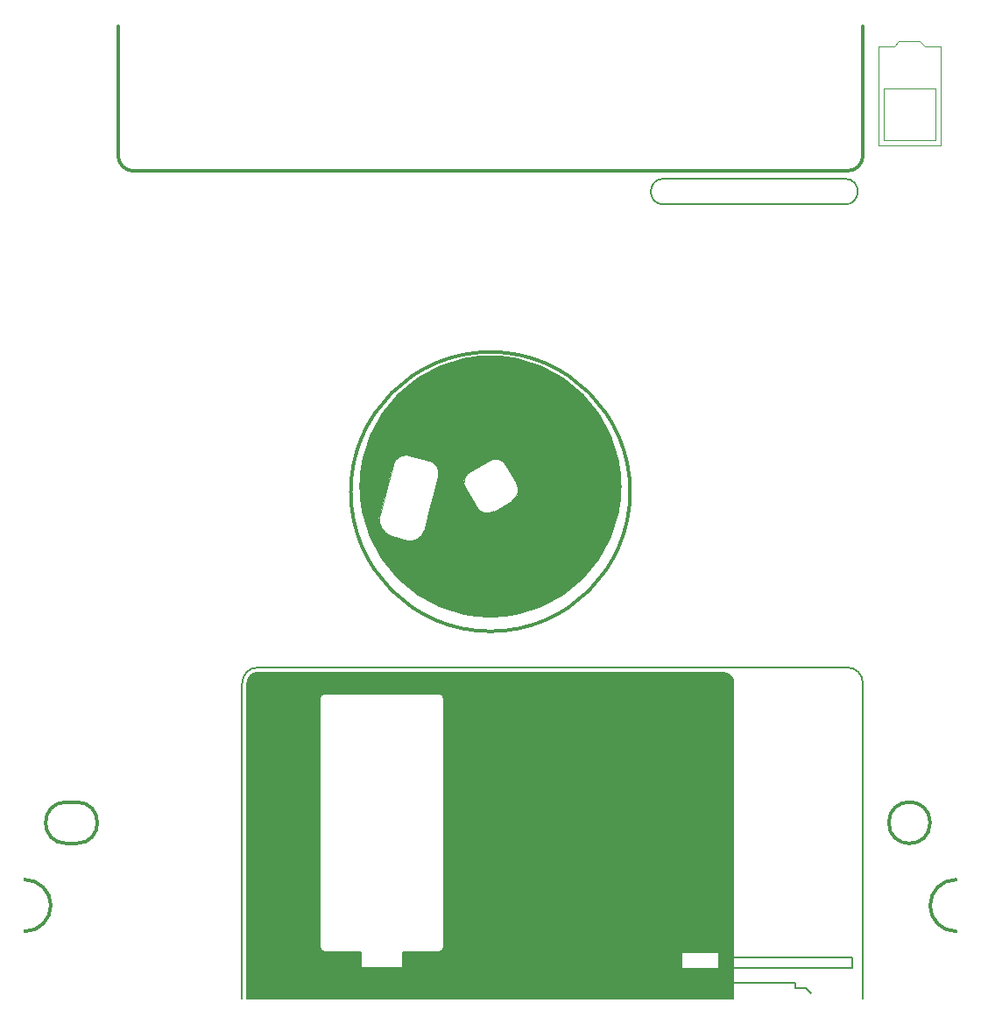
<source format=gbo>
G04 #@! TF.GenerationSoftware,KiCad,Pcbnew,(5.1.8)-1*
G04 #@! TF.CreationDate,2021-10-10T14:42:33+02:00*
G04 #@! TF.ProjectId,Amiga Drawbridge,416d6967-6120-4447-9261-776272696467,rev?*
G04 #@! TF.SameCoordinates,Original*
G04 #@! TF.FileFunction,Legend,Bot*
G04 #@! TF.FilePolarity,Positive*
%FSLAX46Y46*%
G04 Gerber Fmt 4.6, Leading zero omitted, Abs format (unit mm)*
G04 Created by KiCad (PCBNEW (5.1.8)-1) date 2021-10-10 14:42:33*
%MOMM*%
%LPD*%
G01*
G04 APERTURE LIST*
%ADD10C,0.120000*%
%ADD11C,0.100000*%
%ADD12C,0.300000*%
%ADD13C,0.200000*%
G04 APERTURE END LIST*
D10*
X191000000Y-61000000D02*
X191000000Y-66000000D01*
X196000000Y-61000000D02*
X191000000Y-61000000D01*
X196000000Y-66000000D02*
X196000000Y-61000000D01*
X191000000Y-66000000D02*
X196000000Y-66000000D01*
D11*
G36*
X155700000Y-87300000D02*
G01*
X157800000Y-87900000D01*
X159500000Y-88800000D01*
X161300000Y-90100000D01*
X162400000Y-91300000D01*
X163100000Y-92100000D01*
X163800000Y-93200000D01*
X164200000Y-94000000D01*
X147100000Y-88500000D01*
X148400000Y-87900000D01*
X150300000Y-87300000D01*
X152000000Y-87000000D01*
X153600000Y-87000000D01*
X155700000Y-87300000D01*
G37*
X155700000Y-87300000D02*
X157800000Y-87900000D01*
X159500000Y-88800000D01*
X161300000Y-90100000D01*
X162400000Y-91300000D01*
X163100000Y-92100000D01*
X163800000Y-93200000D01*
X164200000Y-94000000D01*
X147100000Y-88500000D01*
X148400000Y-87900000D01*
X150300000Y-87300000D01*
X152000000Y-87000000D01*
X153600000Y-87000000D01*
X155700000Y-87300000D01*
G36*
X150500000Y-98700000D02*
G01*
X150400000Y-99100000D01*
X150500000Y-99400000D01*
X150615185Y-99711237D01*
X150800000Y-100000000D01*
X147600000Y-100000000D01*
X147953637Y-98530233D01*
X148000000Y-98200000D01*
X150800000Y-98200000D01*
X150500000Y-98700000D01*
G37*
X150500000Y-98700000D02*
X150400000Y-99100000D01*
X150500000Y-99400000D01*
X150615185Y-99711237D01*
X150800000Y-100000000D01*
X147600000Y-100000000D01*
X147953637Y-98530233D01*
X148000000Y-98200000D01*
X150800000Y-98200000D01*
X150500000Y-98700000D01*
G36*
X164200000Y-94000000D02*
G01*
X165100000Y-96300000D01*
X165500000Y-98900000D01*
X165300000Y-101700000D01*
X164800000Y-103700000D01*
X146530132Y-103842824D01*
X146700000Y-103200000D01*
X147200000Y-101400000D01*
X147600000Y-100000000D01*
X150800000Y-100000000D01*
X151615185Y-101443288D01*
X151900000Y-101800000D01*
X152300000Y-102000000D01*
X152800000Y-102100000D01*
X153100000Y-102000000D01*
X153500000Y-101800000D01*
X155200000Y-100800000D01*
X155400000Y-100600000D01*
X155600000Y-100300000D01*
X155700000Y-99800000D01*
X155600000Y-99400000D01*
X155300000Y-98800000D01*
X154400000Y-97300000D01*
X154100000Y-97000000D01*
X153500000Y-96800000D01*
X153000000Y-96900000D01*
X150800000Y-98200000D01*
X148000000Y-98200000D01*
X147900000Y-97700000D01*
X147800000Y-97500000D01*
X147500000Y-97200000D01*
X147069753Y-96999301D01*
X147100000Y-88500000D01*
X164200000Y-94000000D01*
G37*
X164200000Y-94000000D02*
X165100000Y-96300000D01*
X165500000Y-98900000D01*
X165300000Y-101700000D01*
X164800000Y-103700000D01*
X146530132Y-103842824D01*
X146700000Y-103200000D01*
X147200000Y-101400000D01*
X147600000Y-100000000D01*
X150800000Y-100000000D01*
X151615185Y-101443288D01*
X151900000Y-101800000D01*
X152300000Y-102000000D01*
X152800000Y-102100000D01*
X153100000Y-102000000D01*
X153500000Y-101800000D01*
X155200000Y-100800000D01*
X155400000Y-100600000D01*
X155600000Y-100300000D01*
X155700000Y-99800000D01*
X155600000Y-99400000D01*
X155300000Y-98800000D01*
X154400000Y-97300000D01*
X154100000Y-97000000D01*
X153500000Y-96800000D01*
X153000000Y-96900000D01*
X150800000Y-98200000D01*
X148000000Y-98200000D01*
X147900000Y-97700000D01*
X147800000Y-97500000D01*
X147500000Y-97200000D01*
X147069753Y-96999301D01*
X147100000Y-88500000D01*
X164200000Y-94000000D01*
G36*
X143200000Y-98900000D02*
G01*
X142312875Y-102195177D01*
X142200000Y-102700000D01*
X142500000Y-103600000D01*
X142800000Y-103900000D01*
X143200000Y-104200000D01*
X143800000Y-104400000D01*
X144900000Y-104700000D01*
X145300000Y-104800000D01*
X145800000Y-104700000D01*
X146100000Y-104500000D01*
X146400000Y-104200000D01*
X146530132Y-103842824D01*
X164800000Y-103700000D01*
X163800000Y-105700000D01*
X162600000Y-107500000D01*
X161400000Y-108700000D01*
X160000000Y-109900000D01*
X158500000Y-110700000D01*
X157400000Y-111200000D01*
X155700000Y-111700000D01*
X154400000Y-111900000D01*
X152800000Y-112000000D01*
X151200000Y-111900000D01*
X149700000Y-111600000D01*
X148100000Y-111000000D01*
X146700000Y-110300000D01*
X145100000Y-109200000D01*
X143700000Y-107900000D01*
X142700000Y-106600000D01*
X141800000Y-105100000D01*
X141200000Y-103600000D01*
X140700000Y-102000000D01*
X140500000Y-100600000D01*
X140500000Y-98900000D01*
X140700000Y-97400000D01*
X143600000Y-97400000D01*
X143200000Y-98900000D01*
G37*
X143200000Y-98900000D02*
X142312875Y-102195177D01*
X142200000Y-102700000D01*
X142500000Y-103600000D01*
X142800000Y-103900000D01*
X143200000Y-104200000D01*
X143800000Y-104400000D01*
X144900000Y-104700000D01*
X145300000Y-104800000D01*
X145800000Y-104700000D01*
X146100000Y-104500000D01*
X146400000Y-104200000D01*
X146530132Y-103842824D01*
X164800000Y-103700000D01*
X163800000Y-105700000D01*
X162600000Y-107500000D01*
X161400000Y-108700000D01*
X160000000Y-109900000D01*
X158500000Y-110700000D01*
X157400000Y-111200000D01*
X155700000Y-111700000D01*
X154400000Y-111900000D01*
X152800000Y-112000000D01*
X151200000Y-111900000D01*
X149700000Y-111600000D01*
X148100000Y-111000000D01*
X146700000Y-110300000D01*
X145100000Y-109200000D01*
X143700000Y-107900000D01*
X142700000Y-106600000D01*
X141800000Y-105100000D01*
X141200000Y-103600000D01*
X140700000Y-102000000D01*
X140500000Y-100600000D01*
X140500000Y-98900000D01*
X140700000Y-97400000D01*
X143600000Y-97400000D01*
X143200000Y-98900000D01*
G36*
X147069753Y-96999301D02*
G01*
X145300000Y-96500000D01*
X144800000Y-96400000D01*
X144200000Y-96600000D01*
X143800000Y-96900000D01*
X143606970Y-97365549D01*
X143600000Y-97400000D01*
X140700000Y-97400000D01*
X141200000Y-95400000D01*
X141900000Y-93800000D01*
X142900000Y-92200000D01*
X143600000Y-91300000D01*
X145800000Y-89300000D01*
X147100000Y-88500000D01*
X147069753Y-96999301D01*
G37*
X147069753Y-96999301D02*
X145300000Y-96500000D01*
X144800000Y-96400000D01*
X144200000Y-96600000D01*
X143800000Y-96900000D01*
X143606970Y-97365549D01*
X143600000Y-97400000D01*
X140700000Y-97400000D01*
X141200000Y-95400000D01*
X141900000Y-93800000D01*
X142900000Y-92200000D01*
X143600000Y-91300000D01*
X145800000Y-89300000D01*
X147100000Y-88500000D01*
X147069753Y-96999301D01*
G36*
X176000000Y-117600000D02*
G01*
X176400000Y-118000000D01*
X176500000Y-118500000D01*
X176500000Y-144500000D01*
X171500000Y-144500000D01*
X171500000Y-146000000D01*
X148500000Y-146000000D01*
X148500000Y-120000000D01*
X148700000Y-117500000D01*
X175500000Y-117500000D01*
X176000000Y-117600000D01*
G37*
X176000000Y-117600000D02*
X176400000Y-118000000D01*
X176500000Y-118500000D01*
X176500000Y-144500000D01*
X171500000Y-144500000D01*
X171500000Y-146000000D01*
X148500000Y-146000000D01*
X148500000Y-120000000D01*
X148700000Y-117500000D01*
X175500000Y-117500000D01*
X176000000Y-117600000D01*
G36*
X148700000Y-120000000D02*
G01*
X148500000Y-120000000D01*
X148500000Y-119800000D01*
X148300000Y-119600000D01*
X148000000Y-119500000D01*
X136800000Y-119500000D01*
X136600000Y-119700000D01*
X136500000Y-120000000D01*
X136500000Y-144100000D01*
X136700000Y-144400000D01*
X137000000Y-144500000D01*
X140500000Y-144500000D01*
X140500000Y-146000000D01*
X144500000Y-146000000D01*
X144500000Y-144500000D01*
X148200000Y-144500000D01*
X148400000Y-144300000D01*
X148500000Y-144000000D01*
X148500000Y-146000000D01*
X175000000Y-146000000D01*
X175000000Y-144500000D01*
X176500000Y-144500000D01*
X176500000Y-149000000D01*
X129500000Y-149000000D01*
X129500000Y-118300000D01*
X129600000Y-118100000D01*
X129800000Y-117800000D01*
X130100000Y-117600000D01*
X130500000Y-117500000D01*
X148700000Y-117500000D01*
X148700000Y-120000000D01*
G37*
X148700000Y-120000000D02*
X148500000Y-120000000D01*
X148500000Y-119800000D01*
X148300000Y-119600000D01*
X148000000Y-119500000D01*
X136800000Y-119500000D01*
X136600000Y-119700000D01*
X136500000Y-120000000D01*
X136500000Y-144100000D01*
X136700000Y-144400000D01*
X137000000Y-144500000D01*
X140500000Y-144500000D01*
X140500000Y-146000000D01*
X144500000Y-146000000D01*
X144500000Y-144500000D01*
X148200000Y-144500000D01*
X148400000Y-144300000D01*
X148500000Y-144000000D01*
X148500000Y-146000000D01*
X175000000Y-146000000D01*
X175000000Y-144500000D01*
X176500000Y-144500000D01*
X176500000Y-149000000D01*
X129500000Y-149000000D01*
X129500000Y-118300000D01*
X129600000Y-118100000D01*
X129800000Y-117800000D01*
X130100000Y-117600000D01*
X130500000Y-117500000D01*
X148700000Y-117500000D01*
X148700000Y-120000000D01*
D10*
X143606970Y-97365548D02*
X142312875Y-102195177D01*
X143550312Y-104338481D02*
X144999201Y-104726709D01*
X143550312Y-104338480D02*
G75*
G02*
X142312875Y-102195177I452933J1690370D01*
G01*
X146530132Y-103842824D02*
G75*
G02*
X144999201Y-104726709I-1207408J323523D01*
G01*
X147069753Y-96999302D02*
X145137901Y-96481664D01*
X146530132Y-103842825D02*
X147953637Y-98530233D01*
X147069753Y-96999301D02*
G75*
G02*
X147953637Y-98530233I-323524J-1207408D01*
G01*
X143606970Y-97365549D02*
G75*
G02*
X145137901Y-96481664I1207408J-323523D01*
G01*
X155512299Y-99193288D02*
G75*
G02*
X155054767Y-100900820I-1082532J-625000D01*
G01*
X153322716Y-101900819D02*
G75*
G02*
X151615185Y-101443288I-625000J1082531D01*
G01*
X150615184Y-99711237D02*
G75*
G02*
X151072716Y-98003705I1082532J625000D01*
G01*
X152804767Y-97003705D02*
G75*
G02*
X154512299Y-97461237I625000J-1082532D01*
G01*
X152804767Y-97003705D02*
X151072716Y-98003705D01*
X155512299Y-99193288D02*
X154512299Y-97461237D01*
X153322716Y-101900820D02*
X155054767Y-100900820D01*
X150615185Y-99711237D02*
X151615185Y-101443288D01*
D12*
X165500000Y-99500000D02*
G75*
G03*
X165500000Y-99500000I-12500000J0D01*
G01*
X166500000Y-100000000D02*
G75*
G03*
X166500000Y-100000000I-13500000J0D01*
G01*
D10*
X194500000Y-56500000D02*
X192500000Y-56500000D01*
X192000000Y-57000000D02*
X190500000Y-57000000D01*
X192500000Y-56500000D02*
X192000000Y-57000000D01*
X195000000Y-57000000D02*
X196500000Y-57000000D01*
X194500000Y-56500000D02*
X195000000Y-57000000D01*
X196500000Y-66500000D02*
X190500000Y-66500000D01*
X196500000Y-57000000D02*
X196500000Y-66500000D01*
X190500000Y-66500000D02*
X190500000Y-57000000D01*
D13*
X187250000Y-72250000D02*
X169750000Y-72250000D01*
X187250000Y-69750000D02*
X169750000Y-69750000D01*
X169750000Y-72250000D02*
G75*
G02*
X169750000Y-69750000I0J1250000D01*
G01*
X187250000Y-69750000D02*
G75*
G02*
X187250000Y-72250000I0J-1250000D01*
G01*
X183500000Y-148000000D02*
X184000000Y-148500000D01*
X182500000Y-148000000D02*
X183500000Y-148000000D01*
X182500000Y-147500000D02*
X182500000Y-148000000D01*
X176500000Y-147500000D02*
X182500000Y-147500000D01*
D12*
X113000000Y-134000000D02*
X112000000Y-134000000D01*
X113000000Y-130000000D02*
X112000000Y-130000000D01*
X113000000Y-130000000D02*
G75*
G02*
X113000000Y-134000000I0J-2000000D01*
G01*
X112000000Y-134000000D02*
G75*
G02*
X112000000Y-130000000I0J2000000D01*
G01*
X195500000Y-132000000D02*
G75*
G03*
X195500000Y-132000000I-2000000J0D01*
G01*
X110500000Y-140000000D02*
G75*
G02*
X108000000Y-142500000I-2500000J0D01*
G01*
X108000000Y-137500000D02*
G75*
G02*
X110500000Y-140000000I0J-2500000D01*
G01*
X198000000Y-142500000D02*
G75*
G02*
X195500000Y-140000000I0J2500000D01*
G01*
X195500000Y-140000000D02*
G75*
G02*
X198000000Y-137500000I2500000J0D01*
G01*
D13*
X188000000Y-145000000D02*
X176500000Y-145000000D01*
X188000000Y-146000000D02*
X188000000Y-145000000D01*
X176500000Y-146000000D02*
X188000000Y-146000000D01*
D10*
X171500000Y-144500000D02*
X175000000Y-144500000D01*
X171500000Y-146000000D02*
X171500000Y-144500000D01*
X175000000Y-146000000D02*
X171500000Y-146000000D01*
X175000000Y-144500000D02*
X175000000Y-146000000D01*
D13*
X148000000Y-144500000D02*
X144500000Y-144500000D01*
X137000000Y-119500000D02*
X148000000Y-119500000D01*
X148500000Y-120000000D02*
X148500000Y-144000000D01*
X148000000Y-119500000D02*
G75*
G02*
X148500000Y-120000000I0J-500000D01*
G01*
X136500000Y-120000000D02*
X136500000Y-144000000D01*
X137000000Y-144500000D02*
G75*
G02*
X136500000Y-144000000I0J500000D01*
G01*
X137000000Y-144500000D02*
X140500000Y-144500000D01*
X136500000Y-120000000D02*
G75*
G02*
X137000000Y-119500000I500000J0D01*
G01*
X148500000Y-144000000D02*
G75*
G02*
X148000000Y-144500000I-500000J0D01*
G01*
X140500000Y-144500000D02*
X140500000Y-146000000D01*
X144500000Y-144500000D02*
X144500000Y-146000000D01*
X140500000Y-146000000D02*
X144500000Y-146000000D01*
X129500000Y-118500000D02*
G75*
G02*
X130500000Y-117500000I1000000J0D01*
G01*
X175500000Y-117500000D02*
G75*
G02*
X176500000Y-118500000I0J-1000000D01*
G01*
X129500000Y-118500000D02*
X129500000Y-149000000D01*
X176500000Y-118500000D02*
X176500000Y-149000000D01*
X130500000Y-117500000D02*
X175500000Y-117500000D01*
X130500000Y-117000000D02*
X187500000Y-117000000D01*
X129000000Y-118500000D02*
X129000000Y-149000000D01*
X187500000Y-117000000D02*
G75*
G02*
X189000000Y-118500000I0J-1500000D01*
G01*
X189000000Y-118500000D02*
X189000000Y-149000000D01*
X129000000Y-118500000D02*
G75*
G02*
X130500000Y-117000000I1500000J0D01*
G01*
D12*
X189000000Y-55000000D02*
X189000000Y-67500000D01*
X117000000Y-55000000D02*
X117000000Y-67500000D01*
X118500000Y-69000000D02*
G75*
G02*
X117000000Y-67500000I0J1500000D01*
G01*
X189000000Y-67500000D02*
G75*
G02*
X187500000Y-69000000I-1500000J0D01*
G01*
X187500000Y-69000000D02*
X118500000Y-69000000D01*
M02*

</source>
